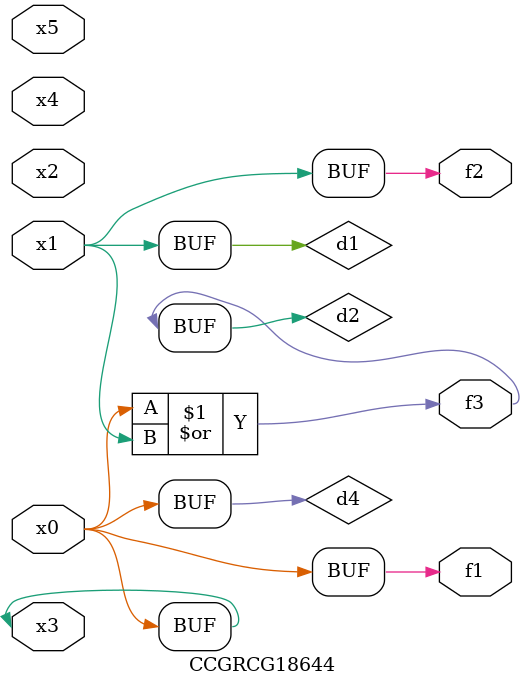
<source format=v>
module CCGRCG18644(
	input x0, x1, x2, x3, x4, x5,
	output f1, f2, f3
);

	wire d1, d2, d3, d4;

	and (d1, x1);
	or (d2, x0, x1);
	nand (d3, x0, x5);
	buf (d4, x0, x3);
	assign f1 = d4;
	assign f2 = d1;
	assign f3 = d2;
endmodule

</source>
